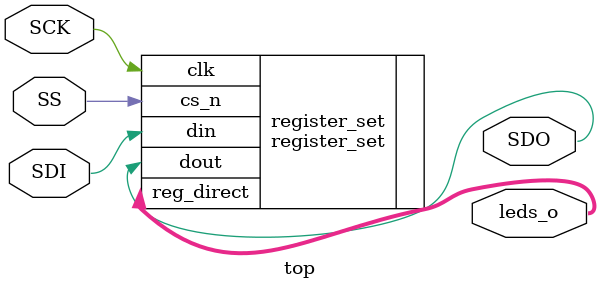
<source format=v>

/*
  - can have heartbeat timer. over spi.
      but don't want to spew spi tranmsission emi during acquisition.

  - if have more than one dac. then just create another register. very clean.
   - perhaps instead of !cs or !cs2.  could write macro  or asserted_n(cs ) etc
*/



/*
`include "../../common/mux_assign.v"
`include "../../common/test_pattern.v"
`include "../../common/timed_latch.v"

*/
`include "register_set.v"

/*
`include "adc-mock.v"
`include "refmux-test.v"

`include "adc_modulation_05.v"
`include "sequence_acquisition.v"

*/
`default_nettype none



module top (


  ////////////////////////
  // spi

  /*#A dual-function, serial output pin in both configuration modes.
  #iCE40 LM devices have this pin shared with hardened SPI IP
  #SPI_MISO pin. */
  output SDO,

  /*# A dual-function, serial input pin in both configuration modes.
  # iCE40 LM devices have this pin shared with hardened SPI IP
  # SPI_MOSI pin. */
  input SDI,

  /*#A dual-function clock signal. An output in Master mode and
  #input in Slave mode. iCE40 LM devices have this pin shared with
  # hardened SPI IP SPI_SCK pin.*/
  input SCK,

  /*#An important dual-function, active-low slave select pin. After
  #the device exits POR or CRESET_B is toggled (High-Low-High), it
  #samples the SPI_SS to select the configuration mode (an output
  #in Master mode and an input in Slave mode). iCE40 LM devices
  #have this pin shared with hardened SPI IP SPI1_CSN pin.*/
  input SS,


  // input  SPI_CS2,


  ///////////
  output [ 4-1: 0 ] leds_o


);



  // wire SDO = 1;

  register_set // #( 32 )
  register_set
    (

    // should prefix fields with spi_
    . clk(   SCK ),
    . cs_n(  SS /*SPI_CS */ ),        // rename cs_n
    . din(   SDI /*SPI_MOSI */),

    . dout( SDO /*miso*/ ),


    // outputs
    // . reg_spi_mux(reg_spi_mux),

    . reg_direct( leds_o ),

  );



endmodule



</source>
